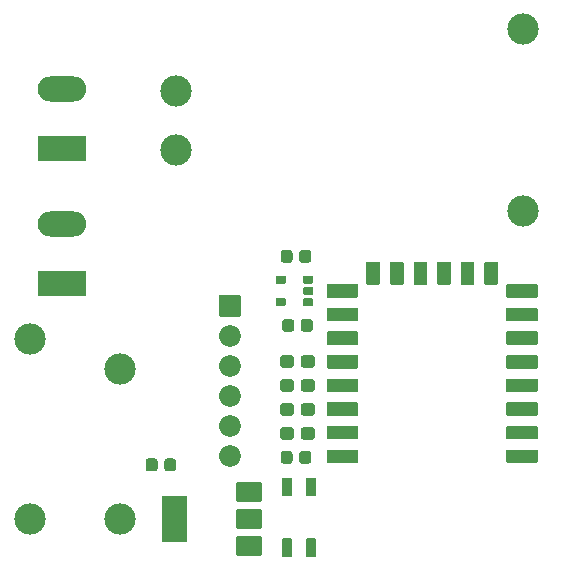
<source format=gts>
G04 #@! TF.GenerationSoftware,KiCad,Pcbnew,5.1.9-73d0e3b20d~88~ubuntu20.04.1*
G04 #@! TF.CreationDate,2021-03-26T20:06:38+01:00*
G04 #@! TF.ProjectId,AC Relay,41432052-656c-4617-992e-6b696361645f,rev?*
G04 #@! TF.SameCoordinates,Original*
G04 #@! TF.FileFunction,Soldermask,Top*
G04 #@! TF.FilePolarity,Negative*
%FSLAX46Y46*%
G04 Gerber Fmt 4.6, Leading zero omitted, Abs format (unit mm)*
G04 Created by KiCad (PCBNEW 5.1.9-73d0e3b20d~88~ubuntu20.04.1) date 2021-03-26 20:06:38*
%MOMM*%
%LPD*%
G01*
G04 APERTURE LIST*
%ADD10C,2.650000*%
%ADD11O,1.850000X1.850000*%
%ADD12O,4.110000X2.130000*%
G04 APERTURE END LIST*
D10*
X85358000Y-55572000D03*
X85358000Y-60572000D03*
X114758000Y-50372000D03*
X114758000Y-65772000D03*
X80615000Y-91865000D03*
X73015000Y-91865000D03*
X73015000Y-76625000D03*
X80615000Y-79165000D03*
G36*
G01*
X83799000Y-86955250D02*
X83799000Y-87542750D01*
G75*
G02*
X83542750Y-87799000I-256250J0D01*
G01*
X83030250Y-87799000D01*
G75*
G02*
X82774000Y-87542750I0J256250D01*
G01*
X82774000Y-86955250D01*
G75*
G02*
X83030250Y-86699000I256250J0D01*
G01*
X83542750Y-86699000D01*
G75*
G02*
X83799000Y-86955250I0J-256250D01*
G01*
G37*
G36*
G01*
X85374000Y-86955250D02*
X85374000Y-87542750D01*
G75*
G02*
X85117750Y-87799000I-256250J0D01*
G01*
X84605250Y-87799000D01*
G75*
G02*
X84349000Y-87542750I0J256250D01*
G01*
X84349000Y-86955250D01*
G75*
G02*
X84605250Y-86699000I256250J0D01*
G01*
X85117750Y-86699000D01*
G75*
G02*
X85374000Y-86955250I0J-256250D01*
G01*
G37*
G36*
G01*
X96962000Y-73212000D02*
X96962000Y-73722000D01*
G75*
G02*
X96887000Y-73797000I-75000J0D01*
G01*
X96187000Y-73797000D01*
G75*
G02*
X96112000Y-73722000I0J75000D01*
G01*
X96112000Y-73212000D01*
G75*
G02*
X96187000Y-73137000I75000J0D01*
G01*
X96887000Y-73137000D01*
G75*
G02*
X96962000Y-73212000I0J-75000D01*
G01*
G37*
G36*
G01*
X96962000Y-72262000D02*
X96962000Y-72772000D01*
G75*
G02*
X96887000Y-72847000I-75000J0D01*
G01*
X96187000Y-72847000D01*
G75*
G02*
X96112000Y-72772000I0J75000D01*
G01*
X96112000Y-72262000D01*
G75*
G02*
X96187000Y-72187000I75000J0D01*
G01*
X96887000Y-72187000D01*
G75*
G02*
X96962000Y-72262000I0J-75000D01*
G01*
G37*
G36*
G01*
X96962000Y-71312000D02*
X96962000Y-71822000D01*
G75*
G02*
X96887000Y-71897000I-75000J0D01*
G01*
X96187000Y-71897000D01*
G75*
G02*
X96112000Y-71822000I0J75000D01*
G01*
X96112000Y-71312000D01*
G75*
G02*
X96187000Y-71237000I75000J0D01*
G01*
X96887000Y-71237000D01*
G75*
G02*
X96962000Y-71312000I0J-75000D01*
G01*
G37*
G36*
G01*
X94642000Y-71312000D02*
X94642000Y-71822000D01*
G75*
G02*
X94567000Y-71897000I-75000J0D01*
G01*
X93867000Y-71897000D01*
G75*
G02*
X93792000Y-71822000I0J75000D01*
G01*
X93792000Y-71312000D01*
G75*
G02*
X93867000Y-71237000I75000J0D01*
G01*
X94567000Y-71237000D01*
G75*
G02*
X94642000Y-71312000I0J-75000D01*
G01*
G37*
G36*
G01*
X94642000Y-73212000D02*
X94642000Y-73722000D01*
G75*
G02*
X94567000Y-73797000I-75000J0D01*
G01*
X93867000Y-73797000D01*
G75*
G02*
X93792000Y-73722000I0J75000D01*
G01*
X93792000Y-73212000D01*
G75*
G02*
X93867000Y-73137000I75000J0D01*
G01*
X94567000Y-73137000D01*
G75*
G02*
X94642000Y-73212000I0J-75000D01*
G01*
G37*
G36*
G01*
X96408000Y-93474000D02*
X97108000Y-93474000D01*
G75*
G02*
X97183000Y-93549000I0J-75000D01*
G01*
X97183000Y-94999000D01*
G75*
G02*
X97108000Y-95074000I-75000J0D01*
G01*
X96408000Y-95074000D01*
G75*
G02*
X96333000Y-94999000I0J75000D01*
G01*
X96333000Y-93549000D01*
G75*
G02*
X96408000Y-93474000I75000J0D01*
G01*
G37*
G36*
G01*
X96408000Y-88314000D02*
X97108000Y-88314000D01*
G75*
G02*
X97183000Y-88389000I0J-75000D01*
G01*
X97183000Y-89839000D01*
G75*
G02*
X97108000Y-89914000I-75000J0D01*
G01*
X96408000Y-89914000D01*
G75*
G02*
X96333000Y-89839000I0J75000D01*
G01*
X96333000Y-88389000D01*
G75*
G02*
X96408000Y-88314000I75000J0D01*
G01*
G37*
G36*
G01*
X94408000Y-88314000D02*
X95108000Y-88314000D01*
G75*
G02*
X95183000Y-88389000I0J-75000D01*
G01*
X95183000Y-89839000D01*
G75*
G02*
X95108000Y-89914000I-75000J0D01*
G01*
X94408000Y-89914000D01*
G75*
G02*
X94333000Y-89839000I0J75000D01*
G01*
X94333000Y-88389000D01*
G75*
G02*
X94408000Y-88314000I75000J0D01*
G01*
G37*
G36*
G01*
X94408000Y-93474000D02*
X95108000Y-93474000D01*
G75*
G02*
X95183000Y-93549000I0J-75000D01*
G01*
X95183000Y-94999000D01*
G75*
G02*
X95108000Y-95074000I-75000J0D01*
G01*
X94408000Y-95074000D01*
G75*
G02*
X94333000Y-94999000I0J75000D01*
G01*
X94333000Y-93549000D01*
G75*
G02*
X94408000Y-93474000I75000J0D01*
G01*
G37*
G36*
G01*
X95906000Y-75731750D02*
X95906000Y-75144250D01*
G75*
G02*
X96162250Y-74888000I256250J0D01*
G01*
X96674750Y-74888000D01*
G75*
G02*
X96931000Y-75144250I0J-256250D01*
G01*
X96931000Y-75731750D01*
G75*
G02*
X96674750Y-75988000I-256250J0D01*
G01*
X96162250Y-75988000D01*
G75*
G02*
X95906000Y-75731750I0J256250D01*
G01*
G37*
G36*
G01*
X94331000Y-75731750D02*
X94331000Y-75144250D01*
G75*
G02*
X94587250Y-74888000I256250J0D01*
G01*
X95099750Y-74888000D01*
G75*
G02*
X95356000Y-75144250I0J-256250D01*
G01*
X95356000Y-75731750D01*
G75*
G02*
X95099750Y-75988000I-256250J0D01*
G01*
X94587250Y-75988000D01*
G75*
G02*
X94331000Y-75731750I0J256250D01*
G01*
G37*
G36*
G01*
X96804000Y-69302250D02*
X96804000Y-69889750D01*
G75*
G02*
X96547750Y-70146000I-256250J0D01*
G01*
X96035250Y-70146000D01*
G75*
G02*
X95779000Y-69889750I0J256250D01*
G01*
X95779000Y-69302250D01*
G75*
G02*
X96035250Y-69046000I256250J0D01*
G01*
X96547750Y-69046000D01*
G75*
G02*
X96804000Y-69302250I0J-256250D01*
G01*
G37*
G36*
G01*
X95229000Y-69302250D02*
X95229000Y-69889750D01*
G75*
G02*
X94972750Y-70146000I-256250J0D01*
G01*
X94460250Y-70146000D01*
G75*
G02*
X94204000Y-69889750I0J256250D01*
G01*
X94204000Y-69302250D01*
G75*
G02*
X94460250Y-69046000I256250J0D01*
G01*
X94972750Y-69046000D01*
G75*
G02*
X95229000Y-69302250I0J-256250D01*
G01*
G37*
G36*
G01*
X88991000Y-74637000D02*
X88991000Y-72937000D01*
G75*
G02*
X89066000Y-72862000I75000J0D01*
G01*
X90766000Y-72862000D01*
G75*
G02*
X90841000Y-72937000I0J-75000D01*
G01*
X90841000Y-74637000D01*
G75*
G02*
X90766000Y-74712000I-75000J0D01*
G01*
X89066000Y-74712000D01*
G75*
G02*
X88991000Y-74637000I0J75000D01*
G01*
G37*
D11*
X89916000Y-76327000D03*
X89916000Y-78867000D03*
X89916000Y-81407000D03*
X89916000Y-83947000D03*
X89916000Y-86487000D03*
G36*
G01*
X94204000Y-86907750D02*
X94204000Y-86320250D01*
G75*
G02*
X94460250Y-86064000I256250J0D01*
G01*
X94972750Y-86064000D01*
G75*
G02*
X95229000Y-86320250I0J-256250D01*
G01*
X95229000Y-86907750D01*
G75*
G02*
X94972750Y-87164000I-256250J0D01*
G01*
X94460250Y-87164000D01*
G75*
G02*
X94204000Y-86907750I0J256250D01*
G01*
G37*
G36*
G01*
X95779000Y-86907750D02*
X95779000Y-86320250D01*
G75*
G02*
X96035250Y-86064000I256250J0D01*
G01*
X96547750Y-86064000D01*
G75*
G02*
X96804000Y-86320250I0J-256250D01*
G01*
X96804000Y-86907750D01*
G75*
G02*
X96547750Y-87164000I-256250J0D01*
G01*
X96035250Y-87164000D01*
G75*
G02*
X95779000Y-86907750I0J256250D01*
G01*
G37*
G36*
G01*
X115966000Y-86018000D02*
X115966000Y-87018000D01*
G75*
G02*
X115891000Y-87093000I-75000J0D01*
G01*
X113391000Y-87093000D01*
G75*
G02*
X113316000Y-87018000I0J75000D01*
G01*
X113316000Y-86018000D01*
G75*
G02*
X113391000Y-85943000I75000J0D01*
G01*
X115891000Y-85943000D01*
G75*
G02*
X115966000Y-86018000I0J-75000D01*
G01*
G37*
G36*
G01*
X115966000Y-84018000D02*
X115966000Y-85018000D01*
G75*
G02*
X115891000Y-85093000I-75000J0D01*
G01*
X113391000Y-85093000D01*
G75*
G02*
X113316000Y-85018000I0J75000D01*
G01*
X113316000Y-84018000D01*
G75*
G02*
X113391000Y-83943000I75000J0D01*
G01*
X115891000Y-83943000D01*
G75*
G02*
X115966000Y-84018000I0J-75000D01*
G01*
G37*
G36*
G01*
X115966000Y-82018000D02*
X115966000Y-83018000D01*
G75*
G02*
X115891000Y-83093000I-75000J0D01*
G01*
X113391000Y-83093000D01*
G75*
G02*
X113316000Y-83018000I0J75000D01*
G01*
X113316000Y-82018000D01*
G75*
G02*
X113391000Y-81943000I75000J0D01*
G01*
X115891000Y-81943000D01*
G75*
G02*
X115966000Y-82018000I0J-75000D01*
G01*
G37*
G36*
G01*
X115966000Y-80018000D02*
X115966000Y-81018000D01*
G75*
G02*
X115891000Y-81093000I-75000J0D01*
G01*
X113391000Y-81093000D01*
G75*
G02*
X113316000Y-81018000I0J75000D01*
G01*
X113316000Y-80018000D01*
G75*
G02*
X113391000Y-79943000I75000J0D01*
G01*
X115891000Y-79943000D01*
G75*
G02*
X115966000Y-80018000I0J-75000D01*
G01*
G37*
G36*
G01*
X115966000Y-78018000D02*
X115966000Y-79018000D01*
G75*
G02*
X115891000Y-79093000I-75000J0D01*
G01*
X113391000Y-79093000D01*
G75*
G02*
X113316000Y-79018000I0J75000D01*
G01*
X113316000Y-78018000D01*
G75*
G02*
X113391000Y-77943000I75000J0D01*
G01*
X115891000Y-77943000D01*
G75*
G02*
X115966000Y-78018000I0J-75000D01*
G01*
G37*
G36*
G01*
X115966000Y-76018000D02*
X115966000Y-77018000D01*
G75*
G02*
X115891000Y-77093000I-75000J0D01*
G01*
X113391000Y-77093000D01*
G75*
G02*
X113316000Y-77018000I0J75000D01*
G01*
X113316000Y-76018000D01*
G75*
G02*
X113391000Y-75943000I75000J0D01*
G01*
X115891000Y-75943000D01*
G75*
G02*
X115966000Y-76018000I0J-75000D01*
G01*
G37*
G36*
G01*
X115966000Y-74018000D02*
X115966000Y-75018000D01*
G75*
G02*
X115891000Y-75093000I-75000J0D01*
G01*
X113391000Y-75093000D01*
G75*
G02*
X113316000Y-75018000I0J75000D01*
G01*
X113316000Y-74018000D01*
G75*
G02*
X113391000Y-73943000I75000J0D01*
G01*
X115891000Y-73943000D01*
G75*
G02*
X115966000Y-74018000I0J-75000D01*
G01*
G37*
G36*
G01*
X115966000Y-72018000D02*
X115966000Y-73018000D01*
G75*
G02*
X115891000Y-73093000I-75000J0D01*
G01*
X113391000Y-73093000D01*
G75*
G02*
X113316000Y-73018000I0J75000D01*
G01*
X113316000Y-72018000D01*
G75*
G02*
X113391000Y-71943000I75000J0D01*
G01*
X115891000Y-71943000D01*
G75*
G02*
X115966000Y-72018000I0J-75000D01*
G01*
G37*
G36*
G01*
X112616000Y-70118000D02*
X112616000Y-71918000D01*
G75*
G02*
X112541000Y-71993000I-75000J0D01*
G01*
X111541000Y-71993000D01*
G75*
G02*
X111466000Y-71918000I0J75000D01*
G01*
X111466000Y-70118000D01*
G75*
G02*
X111541000Y-70043000I75000J0D01*
G01*
X112541000Y-70043000D01*
G75*
G02*
X112616000Y-70118000I0J-75000D01*
G01*
G37*
G36*
G01*
X110616000Y-70118000D02*
X110616000Y-71918000D01*
G75*
G02*
X110541000Y-71993000I-75000J0D01*
G01*
X109541000Y-71993000D01*
G75*
G02*
X109466000Y-71918000I0J75000D01*
G01*
X109466000Y-70118000D01*
G75*
G02*
X109541000Y-70043000I75000J0D01*
G01*
X110541000Y-70043000D01*
G75*
G02*
X110616000Y-70118000I0J-75000D01*
G01*
G37*
G36*
G01*
X108616000Y-70118000D02*
X108616000Y-71918000D01*
G75*
G02*
X108541000Y-71993000I-75000J0D01*
G01*
X107541000Y-71993000D01*
G75*
G02*
X107466000Y-71918000I0J75000D01*
G01*
X107466000Y-70118000D01*
G75*
G02*
X107541000Y-70043000I75000J0D01*
G01*
X108541000Y-70043000D01*
G75*
G02*
X108616000Y-70118000I0J-75000D01*
G01*
G37*
G36*
G01*
X106616000Y-70118000D02*
X106616000Y-71918000D01*
G75*
G02*
X106541000Y-71993000I-75000J0D01*
G01*
X105541000Y-71993000D01*
G75*
G02*
X105466000Y-71918000I0J75000D01*
G01*
X105466000Y-70118000D01*
G75*
G02*
X105541000Y-70043000I75000J0D01*
G01*
X106541000Y-70043000D01*
G75*
G02*
X106616000Y-70118000I0J-75000D01*
G01*
G37*
G36*
G01*
X104616000Y-70118000D02*
X104616000Y-71918000D01*
G75*
G02*
X104541000Y-71993000I-75000J0D01*
G01*
X103541000Y-71993000D01*
G75*
G02*
X103466000Y-71918000I0J75000D01*
G01*
X103466000Y-70118000D01*
G75*
G02*
X103541000Y-70043000I75000J0D01*
G01*
X104541000Y-70043000D01*
G75*
G02*
X104616000Y-70118000I0J-75000D01*
G01*
G37*
G36*
G01*
X102616000Y-70118000D02*
X102616000Y-71918000D01*
G75*
G02*
X102541000Y-71993000I-75000J0D01*
G01*
X101541000Y-71993000D01*
G75*
G02*
X101466000Y-71918000I0J75000D01*
G01*
X101466000Y-70118000D01*
G75*
G02*
X101541000Y-70043000I75000J0D01*
G01*
X102541000Y-70043000D01*
G75*
G02*
X102616000Y-70118000I0J-75000D01*
G01*
G37*
G36*
G01*
X100766000Y-72018000D02*
X100766000Y-73018000D01*
G75*
G02*
X100691000Y-73093000I-75000J0D01*
G01*
X98191000Y-73093000D01*
G75*
G02*
X98116000Y-73018000I0J75000D01*
G01*
X98116000Y-72018000D01*
G75*
G02*
X98191000Y-71943000I75000J0D01*
G01*
X100691000Y-71943000D01*
G75*
G02*
X100766000Y-72018000I0J-75000D01*
G01*
G37*
G36*
G01*
X100766000Y-74018000D02*
X100766000Y-75018000D01*
G75*
G02*
X100691000Y-75093000I-75000J0D01*
G01*
X98191000Y-75093000D01*
G75*
G02*
X98116000Y-75018000I0J75000D01*
G01*
X98116000Y-74018000D01*
G75*
G02*
X98191000Y-73943000I75000J0D01*
G01*
X100691000Y-73943000D01*
G75*
G02*
X100766000Y-74018000I0J-75000D01*
G01*
G37*
G36*
G01*
X100766000Y-76018000D02*
X100766000Y-77018000D01*
G75*
G02*
X100691000Y-77093000I-75000J0D01*
G01*
X98191000Y-77093000D01*
G75*
G02*
X98116000Y-77018000I0J75000D01*
G01*
X98116000Y-76018000D01*
G75*
G02*
X98191000Y-75943000I75000J0D01*
G01*
X100691000Y-75943000D01*
G75*
G02*
X100766000Y-76018000I0J-75000D01*
G01*
G37*
G36*
G01*
X100766000Y-78018000D02*
X100766000Y-79018000D01*
G75*
G02*
X100691000Y-79093000I-75000J0D01*
G01*
X98191000Y-79093000D01*
G75*
G02*
X98116000Y-79018000I0J75000D01*
G01*
X98116000Y-78018000D01*
G75*
G02*
X98191000Y-77943000I75000J0D01*
G01*
X100691000Y-77943000D01*
G75*
G02*
X100766000Y-78018000I0J-75000D01*
G01*
G37*
G36*
G01*
X100766000Y-80018000D02*
X100766000Y-81018000D01*
G75*
G02*
X100691000Y-81093000I-75000J0D01*
G01*
X98191000Y-81093000D01*
G75*
G02*
X98116000Y-81018000I0J75000D01*
G01*
X98116000Y-80018000D01*
G75*
G02*
X98191000Y-79943000I75000J0D01*
G01*
X100691000Y-79943000D01*
G75*
G02*
X100766000Y-80018000I0J-75000D01*
G01*
G37*
G36*
G01*
X100766000Y-82018000D02*
X100766000Y-83018000D01*
G75*
G02*
X100691000Y-83093000I-75000J0D01*
G01*
X98191000Y-83093000D01*
G75*
G02*
X98116000Y-83018000I0J75000D01*
G01*
X98116000Y-82018000D01*
G75*
G02*
X98191000Y-81943000I75000J0D01*
G01*
X100691000Y-81943000D01*
G75*
G02*
X100766000Y-82018000I0J-75000D01*
G01*
G37*
G36*
G01*
X100766000Y-84018000D02*
X100766000Y-85018000D01*
G75*
G02*
X100691000Y-85093000I-75000J0D01*
G01*
X98191000Y-85093000D01*
G75*
G02*
X98116000Y-85018000I0J75000D01*
G01*
X98116000Y-84018000D01*
G75*
G02*
X98191000Y-83943000I75000J0D01*
G01*
X100691000Y-83943000D01*
G75*
G02*
X100766000Y-84018000I0J-75000D01*
G01*
G37*
G36*
G01*
X100766000Y-86018000D02*
X100766000Y-87018000D01*
G75*
G02*
X100691000Y-87093000I-75000J0D01*
G01*
X98191000Y-87093000D01*
G75*
G02*
X98116000Y-87018000I0J75000D01*
G01*
X98116000Y-86018000D01*
G75*
G02*
X98191000Y-85943000I75000J0D01*
G01*
X100691000Y-85943000D01*
G75*
G02*
X100766000Y-86018000I0J-75000D01*
G01*
G37*
G36*
G01*
X95356000Y-82275000D02*
X95356000Y-82825000D01*
G75*
G02*
X95081000Y-83100000I-275000J0D01*
G01*
X94431000Y-83100000D01*
G75*
G02*
X94156000Y-82825000I0J275000D01*
G01*
X94156000Y-82275000D01*
G75*
G02*
X94431000Y-82000000I275000J0D01*
G01*
X95081000Y-82000000D01*
G75*
G02*
X95356000Y-82275000I0J-275000D01*
G01*
G37*
G36*
G01*
X97106000Y-82275000D02*
X97106000Y-82825000D01*
G75*
G02*
X96831000Y-83100000I-275000J0D01*
G01*
X96181000Y-83100000D01*
G75*
G02*
X95906000Y-82825000I0J275000D01*
G01*
X95906000Y-82275000D01*
G75*
G02*
X96181000Y-82000000I275000J0D01*
G01*
X96831000Y-82000000D01*
G75*
G02*
X97106000Y-82275000I0J-275000D01*
G01*
G37*
G36*
G01*
X94156000Y-78761000D02*
X94156000Y-78211000D01*
G75*
G02*
X94431000Y-77936000I275000J0D01*
G01*
X95081000Y-77936000D01*
G75*
G02*
X95356000Y-78211000I0J-275000D01*
G01*
X95356000Y-78761000D01*
G75*
G02*
X95081000Y-79036000I-275000J0D01*
G01*
X94431000Y-79036000D01*
G75*
G02*
X94156000Y-78761000I0J275000D01*
G01*
G37*
G36*
G01*
X95906000Y-78761000D02*
X95906000Y-78211000D01*
G75*
G02*
X96181000Y-77936000I275000J0D01*
G01*
X96831000Y-77936000D01*
G75*
G02*
X97106000Y-78211000I0J-275000D01*
G01*
X97106000Y-78761000D01*
G75*
G02*
X96831000Y-79036000I-275000J0D01*
G01*
X96181000Y-79036000D01*
G75*
G02*
X95906000Y-78761000I0J275000D01*
G01*
G37*
G36*
G01*
X95356000Y-80243000D02*
X95356000Y-80793000D01*
G75*
G02*
X95081000Y-81068000I-275000J0D01*
G01*
X94431000Y-81068000D01*
G75*
G02*
X94156000Y-80793000I0J275000D01*
G01*
X94156000Y-80243000D01*
G75*
G02*
X94431000Y-79968000I275000J0D01*
G01*
X95081000Y-79968000D01*
G75*
G02*
X95356000Y-80243000I0J-275000D01*
G01*
G37*
G36*
G01*
X97106000Y-80243000D02*
X97106000Y-80793000D01*
G75*
G02*
X96831000Y-81068000I-275000J0D01*
G01*
X96181000Y-81068000D01*
G75*
G02*
X95906000Y-80793000I0J275000D01*
G01*
X95906000Y-80243000D01*
G75*
G02*
X96181000Y-79968000I275000J0D01*
G01*
X96831000Y-79968000D01*
G75*
G02*
X97106000Y-80243000I0J-275000D01*
G01*
G37*
G36*
G01*
X97106000Y-84307000D02*
X97106000Y-84857000D01*
G75*
G02*
X96831000Y-85132000I-275000J0D01*
G01*
X96181000Y-85132000D01*
G75*
G02*
X95906000Y-84857000I0J275000D01*
G01*
X95906000Y-84307000D01*
G75*
G02*
X96181000Y-84032000I275000J0D01*
G01*
X96831000Y-84032000D01*
G75*
G02*
X97106000Y-84307000I0J-275000D01*
G01*
G37*
G36*
G01*
X95356000Y-84307000D02*
X95356000Y-84857000D01*
G75*
G02*
X95081000Y-85132000I-275000J0D01*
G01*
X94431000Y-85132000D01*
G75*
G02*
X94156000Y-84857000I0J275000D01*
G01*
X94156000Y-84307000D01*
G75*
G02*
X94431000Y-84032000I275000J0D01*
G01*
X95081000Y-84032000D01*
G75*
G02*
X95356000Y-84307000I0J-275000D01*
G01*
G37*
D12*
X75692000Y-66882000D03*
G36*
G01*
X77672000Y-72947000D02*
X73712000Y-72947000D01*
G75*
G02*
X73637000Y-72872000I0J75000D01*
G01*
X73637000Y-70892000D01*
G75*
G02*
X73712000Y-70817000I75000J0D01*
G01*
X77672000Y-70817000D01*
G75*
G02*
X77747000Y-70892000I0J-75000D01*
G01*
X77747000Y-72872000D01*
G75*
G02*
X77672000Y-72947000I-75000J0D01*
G01*
G37*
G36*
G01*
X77672000Y-61517000D02*
X73712000Y-61517000D01*
G75*
G02*
X73637000Y-61442000I0J75000D01*
G01*
X73637000Y-59462000D01*
G75*
G02*
X73712000Y-59387000I75000J0D01*
G01*
X77672000Y-59387000D01*
G75*
G02*
X77747000Y-59462000I0J-75000D01*
G01*
X77747000Y-61442000D01*
G75*
G02*
X77672000Y-61517000I-75000J0D01*
G01*
G37*
X75692000Y-55452000D03*
G36*
G01*
X86317000Y-89921000D02*
X86317000Y-93721000D01*
G75*
G02*
X86242000Y-93796000I-75000J0D01*
G01*
X84242000Y-93796000D01*
G75*
G02*
X84167000Y-93721000I0J75000D01*
G01*
X84167000Y-89921000D01*
G75*
G02*
X84242000Y-89846000I75000J0D01*
G01*
X86242000Y-89846000D01*
G75*
G02*
X86317000Y-89921000I0J-75000D01*
G01*
G37*
G36*
G01*
X92617000Y-91071000D02*
X92617000Y-92571000D01*
G75*
G02*
X92542000Y-92646000I-75000J0D01*
G01*
X90542000Y-92646000D01*
G75*
G02*
X90467000Y-92571000I0J75000D01*
G01*
X90467000Y-91071000D01*
G75*
G02*
X90542000Y-90996000I75000J0D01*
G01*
X92542000Y-90996000D01*
G75*
G02*
X92617000Y-91071000I0J-75000D01*
G01*
G37*
G36*
G01*
X92617000Y-88771000D02*
X92617000Y-90271000D01*
G75*
G02*
X92542000Y-90346000I-75000J0D01*
G01*
X90542000Y-90346000D01*
G75*
G02*
X90467000Y-90271000I0J75000D01*
G01*
X90467000Y-88771000D01*
G75*
G02*
X90542000Y-88696000I75000J0D01*
G01*
X92542000Y-88696000D01*
G75*
G02*
X92617000Y-88771000I0J-75000D01*
G01*
G37*
G36*
G01*
X92617000Y-93371000D02*
X92617000Y-94871000D01*
G75*
G02*
X92542000Y-94946000I-75000J0D01*
G01*
X90542000Y-94946000D01*
G75*
G02*
X90467000Y-94871000I0J75000D01*
G01*
X90467000Y-93371000D01*
G75*
G02*
X90542000Y-93296000I75000J0D01*
G01*
X92542000Y-93296000D01*
G75*
G02*
X92617000Y-93371000I0J-75000D01*
G01*
G37*
M02*

</source>
